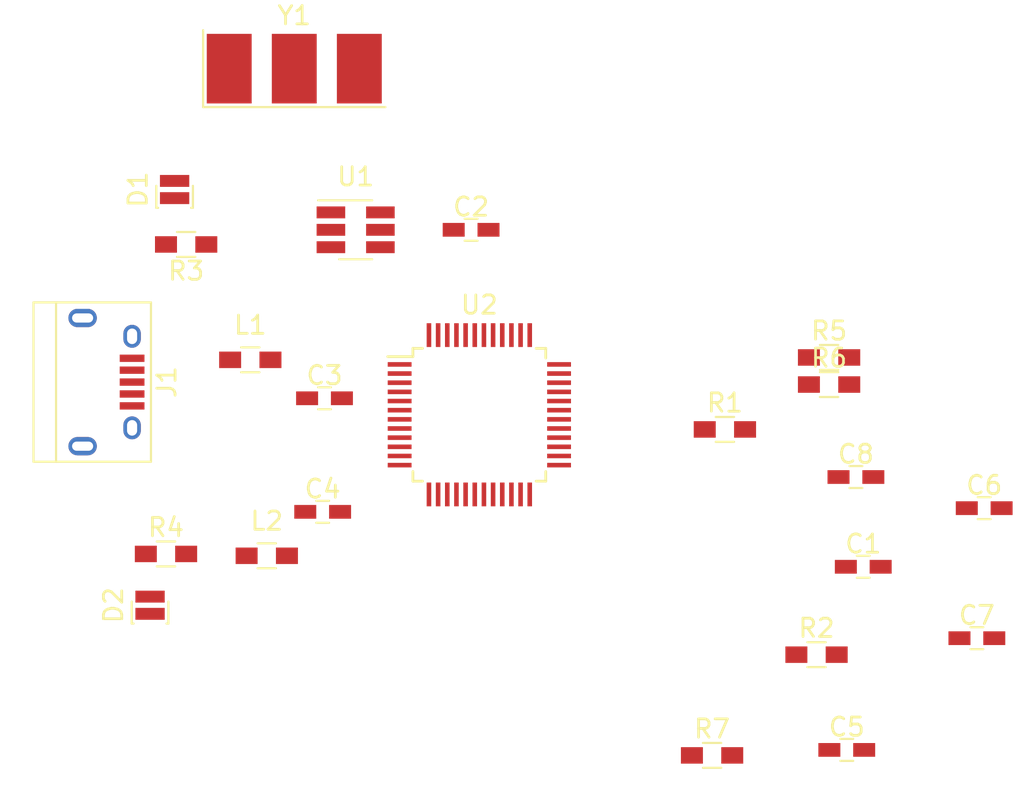
<source format=kicad_pcb>
(kicad_pcb (version 20171130) (host pcbnew "(5.0.0-3-g5ebb6b6)")

  (general
    (thickness 1.6)
    (drawings 0)
    (tracks 0)
    (zones 0)
    (modules 23)
    (nets 41)
  )

  (page A4)
  (layers
    (0 F.Cu signal)
    (31 B.Cu signal)
    (32 B.Adhes user)
    (33 F.Adhes user)
    (34 B.Paste user)
    (35 F.Paste user)
    (36 B.SilkS user)
    (37 F.SilkS user)
    (38 B.Mask user)
    (39 F.Mask user)
    (40 Dwgs.User user)
    (41 Cmts.User user)
    (42 Eco1.User user)
    (43 Eco2.User user)
    (44 Edge.Cuts user)
    (45 Margin user)
    (46 B.CrtYd user)
    (47 F.CrtYd user)
    (48 B.Fab user)
    (49 F.Fab user)
  )

  (setup
    (last_trace_width 0.25)
    (trace_clearance 0.2)
    (zone_clearance 0.508)
    (zone_45_only no)
    (trace_min 0.2)
    (segment_width 0.2)
    (edge_width 0.15)
    (via_size 0.8)
    (via_drill 0.4)
    (via_min_size 0.4)
    (via_min_drill 0.3)
    (uvia_size 0.3)
    (uvia_drill 0.1)
    (uvias_allowed no)
    (uvia_min_size 0.2)
    (uvia_min_drill 0.1)
    (pcb_text_width 0.3)
    (pcb_text_size 1.5 1.5)
    (mod_edge_width 0.15)
    (mod_text_size 1 1)
    (mod_text_width 0.15)
    (pad_size 1.524 1.524)
    (pad_drill 0.762)
    (pad_to_mask_clearance 0.2)
    (aux_axis_origin 0 0)
    (visible_elements FFFFF77F)
    (pcbplotparams
      (layerselection 0x010fc_ffffffff)
      (usegerberextensions false)
      (usegerberattributes false)
      (usegerberadvancedattributes false)
      (creategerberjobfile false)
      (excludeedgelayer true)
      (linewidth 0.100000)
      (plotframeref false)
      (viasonmask false)
      (mode 1)
      (useauxorigin false)
      (hpglpennumber 1)
      (hpglpenspeed 20)
      (hpglpendiameter 15.000000)
      (psnegative false)
      (psa4output false)
      (plotreference true)
      (plotvalue true)
      (plotinvisibletext false)
      (padsonsilk false)
      (subtractmaskfromsilk false)
      (outputformat 1)
      (mirror false)
      (drillshape 1)
      (scaleselection 1)
      (outputdirectory ""))
  )

  (net 0 "")
  (net 1 +5V)
  (net 2 GND)
  (net 3 "Net-(C2-Pad1)")
  (net 4 "Net-(C3-Pad1)")
  (net 5 "Net-(C4-Pad1)")
  (net 6 "Net-(C5-Pad1)")
  (net 7 +3V3)
  (net 8 +1V8)
  (net 9 "Net-(D1-Pad2)")
  (net 10 "Net-(D1-Pad1)")
  (net 11 "Net-(D2-Pad1)")
  (net 12 "Net-(D2-Pad2)")
  (net 13 "Net-(J1-Pad6)")
  (net 14 "Net-(J1-Pad4)")
  (net 15 "Net-(J1-Pad3)")
  (net 16 "Net-(J1-Pad2)")
  (net 17 "Net-(R1-Pad1)")
  (net 18 "Net-(R2-Pad1)")
  (net 19 "Net-(R5-Pad2)")
  (net 20 "Net-(R5-Pad1)")
  (net 21 "Net-(J3-Pad3)")
  (net 22 "Net-(U1-Pad5)")
  (net 23 "Net-(U1-Pad4)")
  (net 24 "Net-(J3-Pad4)")
  (net 25 "Net-(J3-Pad5)")
  (net 26 "Net-(J3-Pad6)")
  (net 27 "Net-(J3-Pad7)")
  (net 28 "Net-(J3-Pad8)")
  (net 29 "Net-(J3-Pad9)")
  (net 30 "Net-(J3-Pad10)")
  (net 31 "Net-(J2-Pad1)")
  (net 32 "Net-(J2-Pad2)")
  (net 33 "Net-(J2-Pad3)")
  (net 34 "Net-(J2-Pad4)")
  (net 35 "Net-(J2-Pad5)")
  (net 36 "Net-(J2-Pad6)")
  (net 37 "Net-(J2-Pad7)")
  (net 38 "Net-(J2-Pad8)")
  (net 39 "Net-(U2-Pad2)")
  (net 40 "Net-(U2-Pad1)")

  (net_class Default "This is the default net class."
    (clearance 0.2)
    (trace_width 0.25)
    (via_dia 0.8)
    (via_drill 0.4)
    (uvia_dia 0.3)
    (uvia_drill 0.1)
    (add_net +1V8)
    (add_net +3V3)
    (add_net +5V)
    (add_net GND)
    (add_net "Net-(C2-Pad1)")
    (add_net "Net-(C3-Pad1)")
    (add_net "Net-(C4-Pad1)")
    (add_net "Net-(C5-Pad1)")
    (add_net "Net-(D1-Pad1)")
    (add_net "Net-(D1-Pad2)")
    (add_net "Net-(D2-Pad1)")
    (add_net "Net-(D2-Pad2)")
    (add_net "Net-(J1-Pad2)")
    (add_net "Net-(J1-Pad3)")
    (add_net "Net-(J1-Pad4)")
    (add_net "Net-(J1-Pad6)")
    (add_net "Net-(J2-Pad1)")
    (add_net "Net-(J2-Pad2)")
    (add_net "Net-(J2-Pad3)")
    (add_net "Net-(J2-Pad4)")
    (add_net "Net-(J2-Pad5)")
    (add_net "Net-(J2-Pad6)")
    (add_net "Net-(J2-Pad7)")
    (add_net "Net-(J2-Pad8)")
    (add_net "Net-(J3-Pad10)")
    (add_net "Net-(J3-Pad3)")
    (add_net "Net-(J3-Pad4)")
    (add_net "Net-(J3-Pad5)")
    (add_net "Net-(J3-Pad6)")
    (add_net "Net-(J3-Pad7)")
    (add_net "Net-(J3-Pad8)")
    (add_net "Net-(J3-Pad9)")
    (add_net "Net-(R1-Pad1)")
    (add_net "Net-(R2-Pad1)")
    (add_net "Net-(R5-Pad1)")
    (add_net "Net-(R5-Pad2)")
    (add_net "Net-(U1-Pad4)")
    (add_net "Net-(U1-Pad5)")
    (add_net "Net-(U2-Pad1)")
    (add_net "Net-(U2-Pad2)")
  )

  (module Capacitors_SMD:C_0603_HandSoldering (layer F.Cu) (tedit 58AA848B) (tstamp 5BB45E7E)
    (at 160.85 105.1)
    (descr "Capacitor SMD 0603, hand soldering")
    (tags "capacitor 0603")
    (path /5BC8A11B)
    (attr smd)
    (fp_text reference C1 (at 0 -1.25) (layer F.SilkS)
      (effects (font (size 1 1) (thickness 0.15)))
    )
    (fp_text value 10uF (at 0 1.5) (layer F.Fab)
      (effects (font (size 1 1) (thickness 0.15)))
    )
    (fp_text user %R (at 0 -1.25) (layer F.Fab)
      (effects (font (size 1 1) (thickness 0.15)))
    )
    (fp_line (start -0.8 0.4) (end -0.8 -0.4) (layer F.Fab) (width 0.1))
    (fp_line (start 0.8 0.4) (end -0.8 0.4) (layer F.Fab) (width 0.1))
    (fp_line (start 0.8 -0.4) (end 0.8 0.4) (layer F.Fab) (width 0.1))
    (fp_line (start -0.8 -0.4) (end 0.8 -0.4) (layer F.Fab) (width 0.1))
    (fp_line (start -0.35 -0.6) (end 0.35 -0.6) (layer F.SilkS) (width 0.12))
    (fp_line (start 0.35 0.6) (end -0.35 0.6) (layer F.SilkS) (width 0.12))
    (fp_line (start -1.8 -0.65) (end 1.8 -0.65) (layer F.CrtYd) (width 0.05))
    (fp_line (start -1.8 -0.65) (end -1.8 0.65) (layer F.CrtYd) (width 0.05))
    (fp_line (start 1.8 0.65) (end 1.8 -0.65) (layer F.CrtYd) (width 0.05))
    (fp_line (start 1.8 0.65) (end -1.8 0.65) (layer F.CrtYd) (width 0.05))
    (pad 1 smd rect (at -0.95 0) (size 1.2 0.75) (layers F.Cu F.Paste F.Mask)
      (net 1 +5V))
    (pad 2 smd rect (at 0.95 0) (size 1.2 0.75) (layers F.Cu F.Paste F.Mask)
      (net 2 GND))
    (model Capacitors_SMD.3dshapes/C_0603.wrl
      (at (xyz 0 0 0))
      (scale (xyz 1 1 1))
      (rotate (xyz 0 0 0))
    )
  )

  (module Capacitors_SMD:C_0603_HandSoldering (layer F.Cu) (tedit 58AA848B) (tstamp 5BB45E8F)
    (at 139.45 86.7)
    (descr "Capacitor SMD 0603, hand soldering")
    (tags "capacitor 0603")
    (path /5BCC0981)
    (attr smd)
    (fp_text reference C2 (at 0 -1.25) (layer F.SilkS)
      (effects (font (size 1 1) (thickness 0.15)))
    )
    (fp_text value 0.1uF (at 0 1.5) (layer F.Fab)
      (effects (font (size 1 1) (thickness 0.15)))
    )
    (fp_text user %R (at 0 -1.25) (layer F.Fab)
      (effects (font (size 1 1) (thickness 0.15)))
    )
    (fp_line (start -0.8 0.4) (end -0.8 -0.4) (layer F.Fab) (width 0.1))
    (fp_line (start 0.8 0.4) (end -0.8 0.4) (layer F.Fab) (width 0.1))
    (fp_line (start 0.8 -0.4) (end 0.8 0.4) (layer F.Fab) (width 0.1))
    (fp_line (start -0.8 -0.4) (end 0.8 -0.4) (layer F.Fab) (width 0.1))
    (fp_line (start -0.35 -0.6) (end 0.35 -0.6) (layer F.SilkS) (width 0.12))
    (fp_line (start 0.35 0.6) (end -0.35 0.6) (layer F.SilkS) (width 0.12))
    (fp_line (start -1.8 -0.65) (end 1.8 -0.65) (layer F.CrtYd) (width 0.05))
    (fp_line (start -1.8 -0.65) (end -1.8 0.65) (layer F.CrtYd) (width 0.05))
    (fp_line (start 1.8 0.65) (end 1.8 -0.65) (layer F.CrtYd) (width 0.05))
    (fp_line (start 1.8 0.65) (end -1.8 0.65) (layer F.CrtYd) (width 0.05))
    (pad 1 smd rect (at -0.95 0) (size 1.2 0.75) (layers F.Cu F.Paste F.Mask)
      (net 3 "Net-(C2-Pad1)"))
    (pad 2 smd rect (at 0.95 0) (size 1.2 0.75) (layers F.Cu F.Paste F.Mask)
      (net 2 GND))
    (model Capacitors_SMD.3dshapes/C_0603.wrl
      (at (xyz 0 0 0))
      (scale (xyz 1 1 1))
      (rotate (xyz 0 0 0))
    )
  )

  (module Capacitors_SMD:C_0603_HandSoldering (layer F.Cu) (tedit 58AA848B) (tstamp 5BB45EA0)
    (at 131.45 95.9)
    (descr "Capacitor SMD 0603, hand soldering")
    (tags "capacitor 0603")
    (path /5BC7272A)
    (attr smd)
    (fp_text reference C3 (at 0 -1.25) (layer F.SilkS)
      (effects (font (size 1 1) (thickness 0.15)))
    )
    (fp_text value 10uF (at 0 1.5) (layer F.Fab)
      (effects (font (size 1 1) (thickness 0.15)))
    )
    (fp_text user %R (at 0 -1.25) (layer F.Fab)
      (effects (font (size 1 1) (thickness 0.15)))
    )
    (fp_line (start -0.8 0.4) (end -0.8 -0.4) (layer F.Fab) (width 0.1))
    (fp_line (start 0.8 0.4) (end -0.8 0.4) (layer F.Fab) (width 0.1))
    (fp_line (start 0.8 -0.4) (end 0.8 0.4) (layer F.Fab) (width 0.1))
    (fp_line (start -0.8 -0.4) (end 0.8 -0.4) (layer F.Fab) (width 0.1))
    (fp_line (start -0.35 -0.6) (end 0.35 -0.6) (layer F.SilkS) (width 0.12))
    (fp_line (start 0.35 0.6) (end -0.35 0.6) (layer F.SilkS) (width 0.12))
    (fp_line (start -1.8 -0.65) (end 1.8 -0.65) (layer F.CrtYd) (width 0.05))
    (fp_line (start -1.8 -0.65) (end -1.8 0.65) (layer F.CrtYd) (width 0.05))
    (fp_line (start 1.8 0.65) (end 1.8 -0.65) (layer F.CrtYd) (width 0.05))
    (fp_line (start 1.8 0.65) (end -1.8 0.65) (layer F.CrtYd) (width 0.05))
    (pad 1 smd rect (at -0.95 0) (size 1.2 0.75) (layers F.Cu F.Paste F.Mask)
      (net 4 "Net-(C3-Pad1)"))
    (pad 2 smd rect (at 0.95 0) (size 1.2 0.75) (layers F.Cu F.Paste F.Mask)
      (net 2 GND))
    (model Capacitors_SMD.3dshapes/C_0603.wrl
      (at (xyz 0 0 0))
      (scale (xyz 1 1 1))
      (rotate (xyz 0 0 0))
    )
  )

  (module Capacitors_SMD:C_0603_HandSoldering (layer F.Cu) (tedit 58AA848B) (tstamp 5BB45EB1)
    (at 131.35 102.1)
    (descr "Capacitor SMD 0603, hand soldering")
    (tags "capacitor 0603")
    (path /5BC7276E)
    (attr smd)
    (fp_text reference C4 (at 0 -1.25) (layer F.SilkS)
      (effects (font (size 1 1) (thickness 0.15)))
    )
    (fp_text value 10uF (at 0 1.5) (layer F.Fab)
      (effects (font (size 1 1) (thickness 0.15)))
    )
    (fp_line (start 1.8 0.65) (end -1.8 0.65) (layer F.CrtYd) (width 0.05))
    (fp_line (start 1.8 0.65) (end 1.8 -0.65) (layer F.CrtYd) (width 0.05))
    (fp_line (start -1.8 -0.65) (end -1.8 0.65) (layer F.CrtYd) (width 0.05))
    (fp_line (start -1.8 -0.65) (end 1.8 -0.65) (layer F.CrtYd) (width 0.05))
    (fp_line (start 0.35 0.6) (end -0.35 0.6) (layer F.SilkS) (width 0.12))
    (fp_line (start -0.35 -0.6) (end 0.35 -0.6) (layer F.SilkS) (width 0.12))
    (fp_line (start -0.8 -0.4) (end 0.8 -0.4) (layer F.Fab) (width 0.1))
    (fp_line (start 0.8 -0.4) (end 0.8 0.4) (layer F.Fab) (width 0.1))
    (fp_line (start 0.8 0.4) (end -0.8 0.4) (layer F.Fab) (width 0.1))
    (fp_line (start -0.8 0.4) (end -0.8 -0.4) (layer F.Fab) (width 0.1))
    (fp_text user %R (at 0 -1.25) (layer F.Fab)
      (effects (font (size 1 1) (thickness 0.15)))
    )
    (pad 2 smd rect (at 0.95 0) (size 1.2 0.75) (layers F.Cu F.Paste F.Mask)
      (net 2 GND))
    (pad 1 smd rect (at -0.95 0) (size 1.2 0.75) (layers F.Cu F.Paste F.Mask)
      (net 5 "Net-(C4-Pad1)"))
    (model Capacitors_SMD.3dshapes/C_0603.wrl
      (at (xyz 0 0 0))
      (scale (xyz 1 1 1))
      (rotate (xyz 0 0 0))
    )
  )

  (module Capacitors_SMD:C_0603_HandSoldering (layer F.Cu) (tedit 58AA848B) (tstamp 5BB45EC2)
    (at 159.95 115.1)
    (descr "Capacitor SMD 0603, hand soldering")
    (tags "capacitor 0603")
    (path /5BC68289)
    (attr smd)
    (fp_text reference C5 (at 0 -1.25) (layer F.SilkS)
      (effects (font (size 1 1) (thickness 0.15)))
    )
    (fp_text value 10uF (at 0 1.5) (layer F.Fab)
      (effects (font (size 1 1) (thickness 0.15)))
    )
    (fp_line (start 1.8 0.65) (end -1.8 0.65) (layer F.CrtYd) (width 0.05))
    (fp_line (start 1.8 0.65) (end 1.8 -0.65) (layer F.CrtYd) (width 0.05))
    (fp_line (start -1.8 -0.65) (end -1.8 0.65) (layer F.CrtYd) (width 0.05))
    (fp_line (start -1.8 -0.65) (end 1.8 -0.65) (layer F.CrtYd) (width 0.05))
    (fp_line (start 0.35 0.6) (end -0.35 0.6) (layer F.SilkS) (width 0.12))
    (fp_line (start -0.35 -0.6) (end 0.35 -0.6) (layer F.SilkS) (width 0.12))
    (fp_line (start -0.8 -0.4) (end 0.8 -0.4) (layer F.Fab) (width 0.1))
    (fp_line (start 0.8 -0.4) (end 0.8 0.4) (layer F.Fab) (width 0.1))
    (fp_line (start 0.8 0.4) (end -0.8 0.4) (layer F.Fab) (width 0.1))
    (fp_line (start -0.8 0.4) (end -0.8 -0.4) (layer F.Fab) (width 0.1))
    (fp_text user %R (at 0 -1.25) (layer F.Fab)
      (effects (font (size 1 1) (thickness 0.15)))
    )
    (pad 2 smd rect (at 0.95 0) (size 1.2 0.75) (layers F.Cu F.Paste F.Mask)
      (net 2 GND))
    (pad 1 smd rect (at -0.95 0) (size 1.2 0.75) (layers F.Cu F.Paste F.Mask)
      (net 6 "Net-(C5-Pad1)"))
    (model Capacitors_SMD.3dshapes/C_0603.wrl
      (at (xyz 0 0 0))
      (scale (xyz 1 1 1))
      (rotate (xyz 0 0 0))
    )
  )

  (module Capacitors_SMD:C_0603_HandSoldering (layer F.Cu) (tedit 58AA848B) (tstamp 5BB45ED3)
    (at 167.45 101.9)
    (descr "Capacitor SMD 0603, hand soldering")
    (tags "capacitor 0603")
    (path /5BC682CC)
    (attr smd)
    (fp_text reference C6 (at 0 -1.25) (layer F.SilkS)
      (effects (font (size 1 1) (thickness 0.15)))
    )
    (fp_text value 0.1uF (at 0 1.5) (layer F.Fab)
      (effects (font (size 1 1) (thickness 0.15)))
    )
    (fp_text user %R (at 0 -1.25) (layer F.Fab)
      (effects (font (size 1 1) (thickness 0.15)))
    )
    (fp_line (start -0.8 0.4) (end -0.8 -0.4) (layer F.Fab) (width 0.1))
    (fp_line (start 0.8 0.4) (end -0.8 0.4) (layer F.Fab) (width 0.1))
    (fp_line (start 0.8 -0.4) (end 0.8 0.4) (layer F.Fab) (width 0.1))
    (fp_line (start -0.8 -0.4) (end 0.8 -0.4) (layer F.Fab) (width 0.1))
    (fp_line (start -0.35 -0.6) (end 0.35 -0.6) (layer F.SilkS) (width 0.12))
    (fp_line (start 0.35 0.6) (end -0.35 0.6) (layer F.SilkS) (width 0.12))
    (fp_line (start -1.8 -0.65) (end 1.8 -0.65) (layer F.CrtYd) (width 0.05))
    (fp_line (start -1.8 -0.65) (end -1.8 0.65) (layer F.CrtYd) (width 0.05))
    (fp_line (start 1.8 0.65) (end 1.8 -0.65) (layer F.CrtYd) (width 0.05))
    (fp_line (start 1.8 0.65) (end -1.8 0.65) (layer F.CrtYd) (width 0.05))
    (pad 1 smd rect (at -0.95 0) (size 1.2 0.75) (layers F.Cu F.Paste F.Mask)
      (net 7 +3V3))
    (pad 2 smd rect (at 0.95 0) (size 1.2 0.75) (layers F.Cu F.Paste F.Mask)
      (net 2 GND))
    (model Capacitors_SMD.3dshapes/C_0603.wrl
      (at (xyz 0 0 0))
      (scale (xyz 1 1 1))
      (rotate (xyz 0 0 0))
    )
  )

  (module Capacitors_SMD:C_0603_HandSoldering (layer F.Cu) (tedit 58AA848B) (tstamp 5BB45EE4)
    (at 167.05 109)
    (descr "Capacitor SMD 0603, hand soldering")
    (tags "capacitor 0603")
    (path /5BC682F2)
    (attr smd)
    (fp_text reference C7 (at 0 -1.25) (layer F.SilkS)
      (effects (font (size 1 1) (thickness 0.15)))
    )
    (fp_text value 0.1uF (at 0 1.5) (layer F.Fab)
      (effects (font (size 1 1) (thickness 0.15)))
    )
    (fp_line (start 1.8 0.65) (end -1.8 0.65) (layer F.CrtYd) (width 0.05))
    (fp_line (start 1.8 0.65) (end 1.8 -0.65) (layer F.CrtYd) (width 0.05))
    (fp_line (start -1.8 -0.65) (end -1.8 0.65) (layer F.CrtYd) (width 0.05))
    (fp_line (start -1.8 -0.65) (end 1.8 -0.65) (layer F.CrtYd) (width 0.05))
    (fp_line (start 0.35 0.6) (end -0.35 0.6) (layer F.SilkS) (width 0.12))
    (fp_line (start -0.35 -0.6) (end 0.35 -0.6) (layer F.SilkS) (width 0.12))
    (fp_line (start -0.8 -0.4) (end 0.8 -0.4) (layer F.Fab) (width 0.1))
    (fp_line (start 0.8 -0.4) (end 0.8 0.4) (layer F.Fab) (width 0.1))
    (fp_line (start 0.8 0.4) (end -0.8 0.4) (layer F.Fab) (width 0.1))
    (fp_line (start -0.8 0.4) (end -0.8 -0.4) (layer F.Fab) (width 0.1))
    (fp_text user %R (at 0 -1.25) (layer F.Fab)
      (effects (font (size 1 1) (thickness 0.15)))
    )
    (pad 2 smd rect (at 0.95 0) (size 1.2 0.75) (layers F.Cu F.Paste F.Mask)
      (net 2 GND))
    (pad 1 smd rect (at -0.95 0) (size 1.2 0.75) (layers F.Cu F.Paste F.Mask)
      (net 6 "Net-(C5-Pad1)"))
    (model Capacitors_SMD.3dshapes/C_0603.wrl
      (at (xyz 0 0 0))
      (scale (xyz 1 1 1))
      (rotate (xyz 0 0 0))
    )
  )

  (module Capacitors_SMD:C_0603_HandSoldering (layer F.Cu) (tedit 58AA848B) (tstamp 5BB45EF5)
    (at 160.45 100.2)
    (descr "Capacitor SMD 0603, hand soldering")
    (tags "capacitor 0603")
    (path /5BCB2F58)
    (attr smd)
    (fp_text reference C8 (at 0 -1.25) (layer F.SilkS)
      (effects (font (size 1 1) (thickness 0.15)))
    )
    (fp_text value 0.1uF (at 0 1.5) (layer F.Fab)
      (effects (font (size 1 1) (thickness 0.15)))
    )
    (fp_line (start 1.8 0.65) (end -1.8 0.65) (layer F.CrtYd) (width 0.05))
    (fp_line (start 1.8 0.65) (end 1.8 -0.65) (layer F.CrtYd) (width 0.05))
    (fp_line (start -1.8 -0.65) (end -1.8 0.65) (layer F.CrtYd) (width 0.05))
    (fp_line (start -1.8 -0.65) (end 1.8 -0.65) (layer F.CrtYd) (width 0.05))
    (fp_line (start 0.35 0.6) (end -0.35 0.6) (layer F.SilkS) (width 0.12))
    (fp_line (start -0.35 -0.6) (end 0.35 -0.6) (layer F.SilkS) (width 0.12))
    (fp_line (start -0.8 -0.4) (end 0.8 -0.4) (layer F.Fab) (width 0.1))
    (fp_line (start 0.8 -0.4) (end 0.8 0.4) (layer F.Fab) (width 0.1))
    (fp_line (start 0.8 0.4) (end -0.8 0.4) (layer F.Fab) (width 0.1))
    (fp_line (start -0.8 0.4) (end -0.8 -0.4) (layer F.Fab) (width 0.1))
    (fp_text user %R (at 0 -1.25) (layer F.Fab)
      (effects (font (size 1 1) (thickness 0.15)))
    )
    (pad 2 smd rect (at 0.95 0) (size 1.2 0.75) (layers F.Cu F.Paste F.Mask)
      (net 2 GND))
    (pad 1 smd rect (at -0.95 0) (size 1.2 0.75) (layers F.Cu F.Paste F.Mask)
      (net 8 +1V8))
    (model Capacitors_SMD.3dshapes/C_0603.wrl
      (at (xyz 0 0 0))
      (scale (xyz 1 1 1))
      (rotate (xyz 0 0 0))
    )
  )

  (module LEDs:LED_0606 (layer F.Cu) (tedit 5809F86C) (tstamp 5BB46C3D)
    (at 123.27 84.5 90)
    (descr "LED 0606 smd package")
    (tags "led 0606 1616 smd")
    (path /5BC9383F)
    (attr smd)
    (fp_text reference D1 (at 0 -2 90) (layer F.SilkS)
      (effects (font (size 1 1) (thickness 0.15)))
    )
    (fp_text value Green (at 0 2 90) (layer F.Fab)
      (effects (font (size 1 1) (thickness 0.15)))
    )
    (fp_line (start -1 1) (end -1 0.9) (layer F.SilkS) (width 0.12))
    (fp_line (start -1 -1) (end -1 -0.9) (layer F.SilkS) (width 0.12))
    (fp_line (start 0.2 0) (end 0.4 0) (layer F.Fab) (width 0.1))
    (fp_line (start 0.2 0.4) (end -0.2 0) (layer F.Fab) (width 0.1))
    (fp_line (start 0.2 -0.4) (end 0.2 0.4) (layer F.Fab) (width 0.1))
    (fp_line (start -0.2 0) (end 0.2 -0.4) (layer F.Fab) (width 0.1))
    (fp_line (start -0.2 0) (end -0.2 0.4) (layer F.Fab) (width 0.1))
    (fp_line (start -0.2 -0.4) (end -0.2 0) (layer F.Fab) (width 0.1))
    (fp_line (start -0.4 0) (end -0.2 0) (layer F.Fab) (width 0.1))
    (fp_line (start -0.8 0.8) (end -0.8 -0.8) (layer F.Fab) (width 0.1))
    (fp_line (start 0.8 0.8) (end -0.8 0.8) (layer F.Fab) (width 0.1))
    (fp_line (start 0.8 -0.8) (end 0.8 0.8) (layer F.Fab) (width 0.1))
    (fp_line (start -0.8 -0.8) (end 0.8 -0.8) (layer F.Fab) (width 0.1))
    (fp_line (start 1.2 1.2) (end 1.2 -1.2) (layer F.CrtYd) (width 0.05))
    (fp_line (start -1.2 1.2) (end 1.2 1.2) (layer F.CrtYd) (width 0.05))
    (fp_line (start -1.2 -1.2) (end -1.2 1.2) (layer F.CrtYd) (width 0.05))
    (fp_line (start 1.2 -1.2) (end -1.2 -1.2) (layer F.CrtYd) (width 0.05))
    (fp_line (start -1 -1) (end 0.2 -1) (layer F.SilkS) (width 0.12))
    (fp_line (start -1 1) (end 0.2 1) (layer F.SilkS) (width 0.12))
    (pad 2 smd rect (at 0.47 0 270) (size 0.65 1.6) (layers F.Cu F.Paste F.Mask)
      (net 9 "Net-(D1-Pad2)"))
    (pad 1 smd rect (at -0.47 0 270) (size 0.65 1.6) (layers F.Cu F.Paste F.Mask)
      (net 10 "Net-(D1-Pad1)"))
    (model ${KISYS3DMOD}/LEDs.3dshapes/LED_0606.wrl
      (at (xyz 0 0 0))
      (scale (xyz 1 1 1))
      (rotate (xyz 0 0 0))
    )
  )

  (module LEDs:LED_0606 (layer F.Cu) (tedit 5809F86C) (tstamp 5BB45F27)
    (at 121.93 107.2 90)
    (descr "LED 0606 smd package")
    (tags "led 0606 1616 smd")
    (path /5BC938CC)
    (attr smd)
    (fp_text reference D2 (at 0 -2 90) (layer F.SilkS)
      (effects (font (size 1 1) (thickness 0.15)))
    )
    (fp_text value Red (at 0 2 90) (layer F.Fab)
      (effects (font (size 1 1) (thickness 0.15)))
    )
    (fp_line (start -1 1) (end 0.2 1) (layer F.SilkS) (width 0.12))
    (fp_line (start -1 -1) (end 0.2 -1) (layer F.SilkS) (width 0.12))
    (fp_line (start 1.2 -1.2) (end -1.2 -1.2) (layer F.CrtYd) (width 0.05))
    (fp_line (start -1.2 -1.2) (end -1.2 1.2) (layer F.CrtYd) (width 0.05))
    (fp_line (start -1.2 1.2) (end 1.2 1.2) (layer F.CrtYd) (width 0.05))
    (fp_line (start 1.2 1.2) (end 1.2 -1.2) (layer F.CrtYd) (width 0.05))
    (fp_line (start -0.8 -0.8) (end 0.8 -0.8) (layer F.Fab) (width 0.1))
    (fp_line (start 0.8 -0.8) (end 0.8 0.8) (layer F.Fab) (width 0.1))
    (fp_line (start 0.8 0.8) (end -0.8 0.8) (layer F.Fab) (width 0.1))
    (fp_line (start -0.8 0.8) (end -0.8 -0.8) (layer F.Fab) (width 0.1))
    (fp_line (start -0.4 0) (end -0.2 0) (layer F.Fab) (width 0.1))
    (fp_line (start -0.2 -0.4) (end -0.2 0) (layer F.Fab) (width 0.1))
    (fp_line (start -0.2 0) (end -0.2 0.4) (layer F.Fab) (width 0.1))
    (fp_line (start -0.2 0) (end 0.2 -0.4) (layer F.Fab) (width 0.1))
    (fp_line (start 0.2 -0.4) (end 0.2 0.4) (layer F.Fab) (width 0.1))
    (fp_line (start 0.2 0.4) (end -0.2 0) (layer F.Fab) (width 0.1))
    (fp_line (start 0.2 0) (end 0.4 0) (layer F.Fab) (width 0.1))
    (fp_line (start -1 -1) (end -1 -0.9) (layer F.SilkS) (width 0.12))
    (fp_line (start -1 1) (end -1 0.9) (layer F.SilkS) (width 0.12))
    (pad 1 smd rect (at -0.47 0 270) (size 0.65 1.6) (layers F.Cu F.Paste F.Mask)
      (net 11 "Net-(D2-Pad1)"))
    (pad 2 smd rect (at 0.47 0 270) (size 0.65 1.6) (layers F.Cu F.Paste F.Mask)
      (net 12 "Net-(D2-Pad2)"))
    (model ${KISYS3DMOD}/LEDs.3dshapes/LED_0606.wrl
      (at (xyz 0 0 0))
      (scale (xyz 1 1 1))
      (rotate (xyz 0 0 0))
    )
  )

  (module Connectors:USB_Micro-B (layer F.Cu) (tedit 5543E447) (tstamp 5BB45F3D)
    (at 119.6 95.015001 270)
    (descr "Micro USB Type B Receptacle")
    (tags "USB USB_B USB_micro USB_OTG")
    (path /5BC5E384)
    (attr smd)
    (fp_text reference J1 (at 0 -3.24 270) (layer F.SilkS)
      (effects (font (size 1 1) (thickness 0.15)))
    )
    (fp_text value USB_B_Micro (at 0 5.01 270) (layer F.Fab)
      (effects (font (size 1 1) (thickness 0.15)))
    )
    (fp_line (start -4.35 4.03) (end -4.35 -2.38) (layer F.SilkS) (width 0.12))
    (fp_line (start 4.35 2.8) (end -4.35 2.8) (layer F.SilkS) (width 0.12))
    (fp_line (start 4.35 -2.38) (end 4.35 4.03) (layer F.SilkS) (width 0.12))
    (fp_line (start -4.35 -2.38) (end 4.35 -2.38) (layer F.SilkS) (width 0.12))
    (fp_line (start -4.35 4.03) (end 4.35 4.03) (layer F.SilkS) (width 0.12))
    (fp_line (start -4.6 4.26) (end -4.6 -2.59) (layer F.CrtYd) (width 0.05))
    (fp_line (start 4.6 4.26) (end -4.6 4.26) (layer F.CrtYd) (width 0.05))
    (fp_line (start 4.6 -2.59) (end 4.6 4.26) (layer F.CrtYd) (width 0.05))
    (fp_line (start -4.6 -2.59) (end 4.6 -2.59) (layer F.CrtYd) (width 0.05))
    (pad 6 thru_hole oval (at 3.5 1.35) (size 1.55 1) (drill oval 1.15 0.5) (layers *.Cu *.Mask)
      (net 13 "Net-(J1-Pad6)"))
    (pad 6 thru_hole oval (at -3.5 1.35) (size 1.55 1) (drill oval 1.15 0.5) (layers *.Cu *.Mask)
      (net 13 "Net-(J1-Pad6)"))
    (pad 6 thru_hole oval (at 2.5 -1.35) (size 0.95 1.25) (drill oval 0.55 0.85) (layers *.Cu *.Mask)
      (net 13 "Net-(J1-Pad6)"))
    (pad 6 thru_hole oval (at -2.5 -1.35) (size 0.95 1.25) (drill oval 0.55 0.85) (layers *.Cu *.Mask)
      (net 13 "Net-(J1-Pad6)"))
    (pad 5 smd rect (at 1.3 -1.35) (size 1.35 0.4) (layers F.Cu F.Paste F.Mask)
      (net 2 GND))
    (pad 4 smd rect (at 0.65 -1.35) (size 1.35 0.4) (layers F.Cu F.Paste F.Mask)
      (net 14 "Net-(J1-Pad4)"))
    (pad 3 smd rect (at 0 -1.35) (size 1.35 0.4) (layers F.Cu F.Paste F.Mask)
      (net 15 "Net-(J1-Pad3)"))
    (pad 2 smd rect (at -0.65 -1.35) (size 1.35 0.4) (layers F.Cu F.Paste F.Mask)
      (net 16 "Net-(J1-Pad2)"))
    (pad 1 smd rect (at -1.3 -1.35) (size 1.35 0.4) (layers F.Cu F.Paste F.Mask)
      (net 1 +5V))
  )

  (module Inductors_SMD:L_0603_HandSoldering (layer F.Cu) (tedit 58307AEF) (tstamp 5BB45F4E)
    (at 127.4 93.8)
    (descr "Resistor SMD 0603, hand soldering")
    (tags "resistor 0603")
    (path /5BC7D249)
    (attr smd)
    (fp_text reference L1 (at 0 -1.9) (layer F.SilkS)
      (effects (font (size 1 1) (thickness 0.15)))
    )
    (fp_text value 600 (at 0 1.9) (layer F.Fab)
      (effects (font (size 1 1) (thickness 0.15)))
    )
    (fp_text user %R (at 0 0) (layer F.Fab)
      (effects (font (size 0.4 0.4) (thickness 0.075)))
    )
    (fp_line (start -0.8 0.4) (end -0.8 -0.4) (layer F.Fab) (width 0.1))
    (fp_line (start 0.8 0.4) (end -0.8 0.4) (layer F.Fab) (width 0.1))
    (fp_line (start 0.8 -0.4) (end 0.8 0.4) (layer F.Fab) (width 0.1))
    (fp_line (start -0.8 -0.4) (end 0.8 -0.4) (layer F.Fab) (width 0.1))
    (fp_line (start -2 -0.8) (end 2 -0.8) (layer F.CrtYd) (width 0.05))
    (fp_line (start -2 0.8) (end 2 0.8) (layer F.CrtYd) (width 0.05))
    (fp_line (start -2 -0.8) (end -2 0.8) (layer F.CrtYd) (width 0.05))
    (fp_line (start 2 -0.8) (end 2 0.8) (layer F.CrtYd) (width 0.05))
    (fp_line (start 0.5 0.68) (end -0.5 0.68) (layer F.SilkS) (width 0.12))
    (fp_line (start -0.5 -0.68) (end 0.5 -0.68) (layer F.SilkS) (width 0.12))
    (pad 1 smd rect (at -1.1 0) (size 1.2 0.9) (layers F.Cu F.Paste F.Mask)
      (net 4 "Net-(C3-Pad1)"))
    (pad 2 smd rect (at 1.1 0) (size 1.2 0.9) (layers F.Cu F.Paste F.Mask)
      (net 7 +3V3))
    (model ${KISYS3DMOD}/Inductors_SMD.3dshapes/L_0603.wrl
      (at (xyz 0 0 0))
      (scale (xyz 1 1 1))
      (rotate (xyz 0 0 0))
    )
  )

  (module Inductors_SMD:L_0603_HandSoldering (layer F.Cu) (tedit 58307AEF) (tstamp 5BB472EF)
    (at 128.3 104.5)
    (descr "Resistor SMD 0603, hand soldering")
    (tags "resistor 0603")
    (path /5BC7D1F2)
    (attr smd)
    (fp_text reference L2 (at 0 -1.9) (layer F.SilkS)
      (effects (font (size 1 1) (thickness 0.15)))
    )
    (fp_text value 600 (at 0 1.9) (layer F.Fab)
      (effects (font (size 1 1) (thickness 0.15)))
    )
    (fp_line (start -0.5 -0.68) (end 0.5 -0.68) (layer F.SilkS) (width 0.12))
    (fp_line (start 0.5 0.68) (end -0.5 0.68) (layer F.SilkS) (width 0.12))
    (fp_line (start 2 -0.8) (end 2 0.8) (layer F.CrtYd) (width 0.05))
    (fp_line (start -2 -0.8) (end -2 0.8) (layer F.CrtYd) (width 0.05))
    (fp_line (start -2 0.8) (end 2 0.8) (layer F.CrtYd) (width 0.05))
    (fp_line (start -2 -0.8) (end 2 -0.8) (layer F.CrtYd) (width 0.05))
    (fp_line (start -0.8 -0.4) (end 0.8 -0.4) (layer F.Fab) (width 0.1))
    (fp_line (start 0.8 -0.4) (end 0.8 0.4) (layer F.Fab) (width 0.1))
    (fp_line (start 0.8 0.4) (end -0.8 0.4) (layer F.Fab) (width 0.1))
    (fp_line (start -0.8 0.4) (end -0.8 -0.4) (layer F.Fab) (width 0.1))
    (fp_text user %R (at 0 0) (layer F.Fab)
      (effects (font (size 0.4 0.4) (thickness 0.075)))
    )
    (pad 2 smd rect (at 1.1 0) (size 1.2 0.9) (layers F.Cu F.Paste F.Mask)
      (net 5 "Net-(C4-Pad1)"))
    (pad 1 smd rect (at -1.1 0) (size 1.2 0.9) (layers F.Cu F.Paste F.Mask)
      (net 7 +3V3))
    (model ${KISYS3DMOD}/Inductors_SMD.3dshapes/L_0603.wrl
      (at (xyz 0 0 0))
      (scale (xyz 1 1 1))
      (rotate (xyz 0 0 0))
    )
  )

  (module Resistors_SMD:R_0603_HandSoldering (layer F.Cu) (tedit 58E0A804) (tstamp 5BB45F70)
    (at 153.3 97.6)
    (descr "Resistor SMD 0603, hand soldering")
    (tags "resistor 0603")
    (path /5BCC25BD)
    (attr smd)
    (fp_text reference R1 (at 0 -1.45) (layer F.SilkS)
      (effects (font (size 1 1) (thickness 0.15)))
    )
    (fp_text value 17K (at 0 1.55) (layer F.Fab)
      (effects (font (size 1 1) (thickness 0.15)))
    )
    (fp_line (start 1.95 0.7) (end -1.96 0.7) (layer F.CrtYd) (width 0.05))
    (fp_line (start 1.95 0.7) (end 1.95 -0.7) (layer F.CrtYd) (width 0.05))
    (fp_line (start -1.96 -0.7) (end -1.96 0.7) (layer F.CrtYd) (width 0.05))
    (fp_line (start -1.96 -0.7) (end 1.95 -0.7) (layer F.CrtYd) (width 0.05))
    (fp_line (start -0.5 -0.68) (end 0.5 -0.68) (layer F.SilkS) (width 0.12))
    (fp_line (start 0.5 0.68) (end -0.5 0.68) (layer F.SilkS) (width 0.12))
    (fp_line (start -0.8 -0.4) (end 0.8 -0.4) (layer F.Fab) (width 0.1))
    (fp_line (start 0.8 -0.4) (end 0.8 0.4) (layer F.Fab) (width 0.1))
    (fp_line (start 0.8 0.4) (end -0.8 0.4) (layer F.Fab) (width 0.1))
    (fp_line (start -0.8 0.4) (end -0.8 -0.4) (layer F.Fab) (width 0.1))
    (fp_text user %R (at 0 0) (layer F.Fab)
      (effects (font (size 0.4 0.4) (thickness 0.075)))
    )
    (pad 2 smd rect (at 1.1 0) (size 1.2 0.9) (layers F.Cu F.Paste F.Mask)
      (net 7 +3V3))
    (pad 1 smd rect (at -1.1 0) (size 1.2 0.9) (layers F.Cu F.Paste F.Mask)
      (net 17 "Net-(R1-Pad1)"))
    (model ${KISYS3DMOD}/Resistors_SMD.3dshapes/R_0603.wrl
      (at (xyz 0 0 0))
      (scale (xyz 1 1 1))
      (rotate (xyz 0 0 0))
    )
  )

  (module Resistors_SMD:R_0603_HandSoldering (layer F.Cu) (tedit 58E0A804) (tstamp 5BB45F81)
    (at 158.3 109.9)
    (descr "Resistor SMD 0603, hand soldering")
    (tags "resistor 0603")
    (path /5BC5D91B)
    (attr smd)
    (fp_text reference R2 (at 0 -1.45) (layer F.SilkS)
      (effects (font (size 1 1) (thickness 0.15)))
    )
    (fp_text value "12K 1%" (at 0 1.55) (layer F.Fab)
      (effects (font (size 1 1) (thickness 0.15)))
    )
    (fp_text user %R (at 0 0) (layer F.Fab)
      (effects (font (size 0.4 0.4) (thickness 0.075)))
    )
    (fp_line (start -0.8 0.4) (end -0.8 -0.4) (layer F.Fab) (width 0.1))
    (fp_line (start 0.8 0.4) (end -0.8 0.4) (layer F.Fab) (width 0.1))
    (fp_line (start 0.8 -0.4) (end 0.8 0.4) (layer F.Fab) (width 0.1))
    (fp_line (start -0.8 -0.4) (end 0.8 -0.4) (layer F.Fab) (width 0.1))
    (fp_line (start 0.5 0.68) (end -0.5 0.68) (layer F.SilkS) (width 0.12))
    (fp_line (start -0.5 -0.68) (end 0.5 -0.68) (layer F.SilkS) (width 0.12))
    (fp_line (start -1.96 -0.7) (end 1.95 -0.7) (layer F.CrtYd) (width 0.05))
    (fp_line (start -1.96 -0.7) (end -1.96 0.7) (layer F.CrtYd) (width 0.05))
    (fp_line (start 1.95 0.7) (end 1.95 -0.7) (layer F.CrtYd) (width 0.05))
    (fp_line (start 1.95 0.7) (end -1.96 0.7) (layer F.CrtYd) (width 0.05))
    (pad 1 smd rect (at -1.1 0) (size 1.2 0.9) (layers F.Cu F.Paste F.Mask)
      (net 18 "Net-(R2-Pad1)"))
    (pad 2 smd rect (at 1.1 0) (size 1.2 0.9) (layers F.Cu F.Paste F.Mask)
      (net 2 GND))
    (model ${KISYS3DMOD}/Resistors_SMD.3dshapes/R_0603.wrl
      (at (xyz 0 0 0))
      (scale (xyz 1 1 1))
      (rotate (xyz 0 0 0))
    )
  )

  (module Resistors_SMD:R_0603_HandSoldering (layer F.Cu) (tedit 58E0A804) (tstamp 5BB46897)
    (at 123.9 87.5 180)
    (descr "Resistor SMD 0603, hand soldering")
    (tags "resistor 0603")
    (path /5BC93906)
    (attr smd)
    (fp_text reference R3 (at 0 -1.45 180) (layer F.SilkS)
      (effects (font (size 1 1) (thickness 0.15)))
    )
    (fp_text value 1K (at 0 1.55 180) (layer F.Fab)
      (effects (font (size 1 1) (thickness 0.15)))
    )
    (fp_line (start 1.95 0.7) (end -1.96 0.7) (layer F.CrtYd) (width 0.05))
    (fp_line (start 1.95 0.7) (end 1.95 -0.7) (layer F.CrtYd) (width 0.05))
    (fp_line (start -1.96 -0.7) (end -1.96 0.7) (layer F.CrtYd) (width 0.05))
    (fp_line (start -1.96 -0.7) (end 1.95 -0.7) (layer F.CrtYd) (width 0.05))
    (fp_line (start -0.5 -0.68) (end 0.5 -0.68) (layer F.SilkS) (width 0.12))
    (fp_line (start 0.5 0.68) (end -0.5 0.68) (layer F.SilkS) (width 0.12))
    (fp_line (start -0.8 -0.4) (end 0.8 -0.4) (layer F.Fab) (width 0.1))
    (fp_line (start 0.8 -0.4) (end 0.8 0.4) (layer F.Fab) (width 0.1))
    (fp_line (start 0.8 0.4) (end -0.8 0.4) (layer F.Fab) (width 0.1))
    (fp_line (start -0.8 0.4) (end -0.8 -0.4) (layer F.Fab) (width 0.1))
    (fp_text user %R (at 0 0 180) (layer F.Fab)
      (effects (font (size 0.4 0.4) (thickness 0.075)))
    )
    (pad 2 smd rect (at 1.1 0 180) (size 1.2 0.9) (layers F.Cu F.Paste F.Mask)
      (net 9 "Net-(D1-Pad2)"))
    (pad 1 smd rect (at -1.1 0 180) (size 1.2 0.9) (layers F.Cu F.Paste F.Mask)
      (net 7 +3V3))
    (model ${KISYS3DMOD}/Resistors_SMD.3dshapes/R_0603.wrl
      (at (xyz 0 0 0))
      (scale (xyz 1 1 1))
      (rotate (xyz 0 0 0))
    )
  )

  (module Resistors_SMD:R_0603_HandSoldering (layer F.Cu) (tedit 58E0A804) (tstamp 5BB46D52)
    (at 122.8 104.4)
    (descr "Resistor SMD 0603, hand soldering")
    (tags "resistor 0603")
    (path /5BC9397F)
    (attr smd)
    (fp_text reference R4 (at 0 -1.45) (layer F.SilkS)
      (effects (font (size 1 1) (thickness 0.15)))
    )
    (fp_text value 1K (at 0 1.55) (layer F.Fab)
      (effects (font (size 1 1) (thickness 0.15)))
    )
    (fp_text user %R (at 0 0) (layer F.Fab)
      (effects (font (size 0.4 0.4) (thickness 0.075)))
    )
    (fp_line (start -0.8 0.4) (end -0.8 -0.4) (layer F.Fab) (width 0.1))
    (fp_line (start 0.8 0.4) (end -0.8 0.4) (layer F.Fab) (width 0.1))
    (fp_line (start 0.8 -0.4) (end 0.8 0.4) (layer F.Fab) (width 0.1))
    (fp_line (start -0.8 -0.4) (end 0.8 -0.4) (layer F.Fab) (width 0.1))
    (fp_line (start 0.5 0.68) (end -0.5 0.68) (layer F.SilkS) (width 0.12))
    (fp_line (start -0.5 -0.68) (end 0.5 -0.68) (layer F.SilkS) (width 0.12))
    (fp_line (start -1.96 -0.7) (end 1.95 -0.7) (layer F.CrtYd) (width 0.05))
    (fp_line (start -1.96 -0.7) (end -1.96 0.7) (layer F.CrtYd) (width 0.05))
    (fp_line (start 1.95 0.7) (end 1.95 -0.7) (layer F.CrtYd) (width 0.05))
    (fp_line (start 1.95 0.7) (end -1.96 0.7) (layer F.CrtYd) (width 0.05))
    (pad 1 smd rect (at -1.1 0) (size 1.2 0.9) (layers F.Cu F.Paste F.Mask)
      (net 7 +3V3))
    (pad 2 smd rect (at 1.1 0) (size 1.2 0.9) (layers F.Cu F.Paste F.Mask)
      (net 12 "Net-(D2-Pad2)"))
    (model ${KISYS3DMOD}/Resistors_SMD.3dshapes/R_0603.wrl
      (at (xyz 0 0 0))
      (scale (xyz 1 1 1))
      (rotate (xyz 0 0 0))
    )
  )

  (module Resistors_SMD:R_0603_HandSoldering (layer F.Cu) (tedit 58E0A804) (tstamp 5BB45FB4)
    (at 158.985001 93.670001)
    (descr "Resistor SMD 0603, hand soldering")
    (tags "resistor 0603")
    (path /5BC5CD62)
    (attr smd)
    (fp_text reference R5 (at 0 -1.45) (layer F.SilkS)
      (effects (font (size 1 1) (thickness 0.15)))
    )
    (fp_text value 2.2K (at 0 1.55) (layer F.Fab)
      (effects (font (size 1 1) (thickness 0.15)))
    )
    (fp_line (start 1.95 0.7) (end -1.96 0.7) (layer F.CrtYd) (width 0.05))
    (fp_line (start 1.95 0.7) (end 1.95 -0.7) (layer F.CrtYd) (width 0.05))
    (fp_line (start -1.96 -0.7) (end -1.96 0.7) (layer F.CrtYd) (width 0.05))
    (fp_line (start -1.96 -0.7) (end 1.95 -0.7) (layer F.CrtYd) (width 0.05))
    (fp_line (start -0.5 -0.68) (end 0.5 -0.68) (layer F.SilkS) (width 0.12))
    (fp_line (start 0.5 0.68) (end -0.5 0.68) (layer F.SilkS) (width 0.12))
    (fp_line (start -0.8 -0.4) (end 0.8 -0.4) (layer F.Fab) (width 0.1))
    (fp_line (start 0.8 -0.4) (end 0.8 0.4) (layer F.Fab) (width 0.1))
    (fp_line (start 0.8 0.4) (end -0.8 0.4) (layer F.Fab) (width 0.1))
    (fp_line (start -0.8 0.4) (end -0.8 -0.4) (layer F.Fab) (width 0.1))
    (fp_text user %R (at 0 0) (layer F.Fab)
      (effects (font (size 0.4 0.4) (thickness 0.075)))
    )
    (pad 2 smd rect (at 1.1 0) (size 1.2 0.9) (layers F.Cu F.Paste F.Mask)
      (net 19 "Net-(R5-Pad2)"))
    (pad 1 smd rect (at -1.1 0) (size 1.2 0.9) (layers F.Cu F.Paste F.Mask)
      (net 20 "Net-(R5-Pad1)"))
    (model ${KISYS3DMOD}/Resistors_SMD.3dshapes/R_0603.wrl
      (at (xyz 0 0 0))
      (scale (xyz 1 1 1))
      (rotate (xyz 0 0 0))
    )
  )

  (module Resistors_SMD:R_0603_HandSoldering (layer F.Cu) (tedit 58E0A804) (tstamp 5BB45FC5)
    (at 158.985001 95.150001)
    (descr "Resistor SMD 0603, hand soldering")
    (tags "resistor 0603")
    (path /5BCA3B6A)
    (attr smd)
    (fp_text reference R6 (at 0 -1.45) (layer F.SilkS)
      (effects (font (size 1 1) (thickness 0.15)))
    )
    (fp_text value 4.7K (at 0 1.55) (layer F.Fab)
      (effects (font (size 1 1) (thickness 0.15)))
    )
    (fp_line (start 1.95 0.7) (end -1.96 0.7) (layer F.CrtYd) (width 0.05))
    (fp_line (start 1.95 0.7) (end 1.95 -0.7) (layer F.CrtYd) (width 0.05))
    (fp_line (start -1.96 -0.7) (end -1.96 0.7) (layer F.CrtYd) (width 0.05))
    (fp_line (start -1.96 -0.7) (end 1.95 -0.7) (layer F.CrtYd) (width 0.05))
    (fp_line (start -0.5 -0.68) (end 0.5 -0.68) (layer F.SilkS) (width 0.12))
    (fp_line (start 0.5 0.68) (end -0.5 0.68) (layer F.SilkS) (width 0.12))
    (fp_line (start -0.8 -0.4) (end 0.8 -0.4) (layer F.Fab) (width 0.1))
    (fp_line (start 0.8 -0.4) (end 0.8 0.4) (layer F.Fab) (width 0.1))
    (fp_line (start 0.8 0.4) (end -0.8 0.4) (layer F.Fab) (width 0.1))
    (fp_line (start -0.8 0.4) (end -0.8 -0.4) (layer F.Fab) (width 0.1))
    (fp_text user %R (at 0 0) (layer F.Fab)
      (effects (font (size 0.4 0.4) (thickness 0.075)))
    )
    (pad 2 smd rect (at 1.1 0) (size 1.2 0.9) (layers F.Cu F.Paste F.Mask)
      (net 1 +5V))
    (pad 1 smd rect (at -1.1 0) (size 1.2 0.9) (layers F.Cu F.Paste F.Mask)
      (net 21 "Net-(J3-Pad3)"))
    (model ${KISYS3DMOD}/Resistors_SMD.3dshapes/R_0603.wrl
      (at (xyz 0 0 0))
      (scale (xyz 1 1 1))
      (rotate (xyz 0 0 0))
    )
  )

  (module Resistors_SMD:R_0603_HandSoldering (layer F.Cu) (tedit 58E0A804) (tstamp 5BB45FD6)
    (at 152.6 115.4)
    (descr "Resistor SMD 0603, hand soldering")
    (tags "resistor 0603")
    (path /5BCA3BC0)
    (attr smd)
    (fp_text reference R7 (at 0 -1.45) (layer F.SilkS)
      (effects (font (size 1 1) (thickness 0.15)))
    )
    (fp_text value 12K (at 0 1.55) (layer F.Fab)
      (effects (font (size 1 1) (thickness 0.15)))
    )
    (fp_text user %R (at 0 0) (layer F.Fab)
      (effects (font (size 0.4 0.4) (thickness 0.075)))
    )
    (fp_line (start -0.8 0.4) (end -0.8 -0.4) (layer F.Fab) (width 0.1))
    (fp_line (start 0.8 0.4) (end -0.8 0.4) (layer F.Fab) (width 0.1))
    (fp_line (start 0.8 -0.4) (end 0.8 0.4) (layer F.Fab) (width 0.1))
    (fp_line (start -0.8 -0.4) (end 0.8 -0.4) (layer F.Fab) (width 0.1))
    (fp_line (start 0.5 0.68) (end -0.5 0.68) (layer F.SilkS) (width 0.12))
    (fp_line (start -0.5 -0.68) (end 0.5 -0.68) (layer F.SilkS) (width 0.12))
    (fp_line (start -1.96 -0.7) (end 1.95 -0.7) (layer F.CrtYd) (width 0.05))
    (fp_line (start -1.96 -0.7) (end -1.96 0.7) (layer F.CrtYd) (width 0.05))
    (fp_line (start 1.95 0.7) (end 1.95 -0.7) (layer F.CrtYd) (width 0.05))
    (fp_line (start 1.95 0.7) (end -1.96 0.7) (layer F.CrtYd) (width 0.05))
    (pad 1 smd rect (at -1.1 0) (size 1.2 0.9) (layers F.Cu F.Paste F.Mask)
      (net 2 GND))
    (pad 2 smd rect (at 1.1 0) (size 1.2 0.9) (layers F.Cu F.Paste F.Mask)
      (net 21 "Net-(J3-Pad3)"))
    (model ${KISYS3DMOD}/Resistors_SMD.3dshapes/R_0603.wrl
      (at (xyz 0 0 0))
      (scale (xyz 1 1 1))
      (rotate (xyz 0 0 0))
    )
  )

  (module TO_SOT_Packages_SMD:SOT-23-6_Handsoldering (layer F.Cu) (tedit 58CE4E7E) (tstamp 5BB45FEC)
    (at 133.15 86.7)
    (descr "6-pin SOT-23 package, Handsoldering")
    (tags "SOT-23-6 Handsoldering")
    (path /5BC5BA5E)
    (attr smd)
    (fp_text reference U1 (at 0 -2.9) (layer F.SilkS)
      (effects (font (size 1 1) (thickness 0.15)))
    )
    (fp_text value 93LC56B (at 0 2.9) (layer F.Fab)
      (effects (font (size 1 1) (thickness 0.15)))
    )
    (fp_line (start 0.9 -1.55) (end 0.9 1.55) (layer F.Fab) (width 0.1))
    (fp_line (start 0.9 1.55) (end -0.9 1.55) (layer F.Fab) (width 0.1))
    (fp_line (start -0.9 -0.9) (end -0.9 1.55) (layer F.Fab) (width 0.1))
    (fp_line (start 0.9 -1.55) (end -0.25 -1.55) (layer F.Fab) (width 0.1))
    (fp_line (start -0.9 -0.9) (end -0.25 -1.55) (layer F.Fab) (width 0.1))
    (fp_line (start -2.4 -1.8) (end 2.4 -1.8) (layer F.CrtYd) (width 0.05))
    (fp_line (start 2.4 -1.8) (end 2.4 1.8) (layer F.CrtYd) (width 0.05))
    (fp_line (start 2.4 1.8) (end -2.4 1.8) (layer F.CrtYd) (width 0.05))
    (fp_line (start -2.4 1.8) (end -2.4 -1.8) (layer F.CrtYd) (width 0.05))
    (fp_line (start 0.9 -1.61) (end -2.05 -1.61) (layer F.SilkS) (width 0.12))
    (fp_line (start -0.9 1.61) (end 0.9 1.61) (layer F.SilkS) (width 0.12))
    (fp_text user %R (at 0 0 90) (layer F.Fab)
      (effects (font (size 0.5 0.5) (thickness 0.075)))
    )
    (pad 5 smd rect (at 1.35 0) (size 1.56 0.65) (layers F.Cu F.Paste F.Mask)
      (net 22 "Net-(U1-Pad5)"))
    (pad 6 smd rect (at 1.35 -0.95) (size 1.56 0.65) (layers F.Cu F.Paste F.Mask)
      (net 7 +3V3))
    (pad 4 smd rect (at 1.35 0.95) (size 1.56 0.65) (layers F.Cu F.Paste F.Mask)
      (net 23 "Net-(U1-Pad4)"))
    (pad 3 smd rect (at -1.35 0.95) (size 1.56 0.65) (layers F.Cu F.Paste F.Mask)
      (net 20 "Net-(R5-Pad1)"))
    (pad 2 smd rect (at -1.35 0) (size 1.56 0.65) (layers F.Cu F.Paste F.Mask)
      (net 2 GND))
    (pad 1 smd rect (at -1.35 -0.95) (size 1.56 0.65) (layers F.Cu F.Paste F.Mask)
      (net 19 "Net-(R5-Pad2)"))
    (model ${KISYS3DMOD}/TO_SOT_Packages_SMD.3dshapes/SOT-23-6.wrl
      (at (xyz 0 0 0))
      (scale (xyz 1 1 1))
      (rotate (xyz 0 0 0))
    )
  )

  (module Housings_QFP:LQFP-48_7x7mm_Pitch0.5mm (layer F.Cu) (tedit 54130A77) (tstamp 5BB46033)
    (at 139.9 96.8)
    (descr "48 LEAD LQFP 7x7mm (see MICREL LQFP7x7-48LD-PL-1.pdf)")
    (tags "QFP 0.5")
    (path /5BC5BB24)
    (attr smd)
    (fp_text reference U2 (at 0 -6) (layer F.SilkS)
      (effects (font (size 1 1) (thickness 0.15)))
    )
    (fp_text value FT232H (at 0 6) (layer F.Fab)
      (effects (font (size 1 1) (thickness 0.15)))
    )
    (fp_line (start -3.625 -3.175) (end -5 -3.175) (layer F.SilkS) (width 0.15))
    (fp_line (start 3.625 -3.625) (end 3.1 -3.625) (layer F.SilkS) (width 0.15))
    (fp_line (start 3.625 3.625) (end 3.1 3.625) (layer F.SilkS) (width 0.15))
    (fp_line (start -3.625 3.625) (end -3.1 3.625) (layer F.SilkS) (width 0.15))
    (fp_line (start -3.625 -3.625) (end -3.1 -3.625) (layer F.SilkS) (width 0.15))
    (fp_line (start -3.625 3.625) (end -3.625 3.1) (layer F.SilkS) (width 0.15))
    (fp_line (start 3.625 3.625) (end 3.625 3.1) (layer F.SilkS) (width 0.15))
    (fp_line (start 3.625 -3.625) (end 3.625 -3.1) (layer F.SilkS) (width 0.15))
    (fp_line (start -3.625 -3.625) (end -3.625 -3.175) (layer F.SilkS) (width 0.15))
    (fp_line (start -5.25 5.25) (end 5.25 5.25) (layer F.CrtYd) (width 0.05))
    (fp_line (start -5.25 -5.25) (end 5.25 -5.25) (layer F.CrtYd) (width 0.05))
    (fp_line (start 5.25 -5.25) (end 5.25 5.25) (layer F.CrtYd) (width 0.05))
    (fp_line (start -5.25 -5.25) (end -5.25 5.25) (layer F.CrtYd) (width 0.05))
    (fp_line (start -3.5 -2.5) (end -2.5 -3.5) (layer F.Fab) (width 0.15))
    (fp_line (start -3.5 3.5) (end -3.5 -2.5) (layer F.Fab) (width 0.15))
    (fp_line (start 3.5 3.5) (end -3.5 3.5) (layer F.Fab) (width 0.15))
    (fp_line (start 3.5 -3.5) (end 3.5 3.5) (layer F.Fab) (width 0.15))
    (fp_line (start -2.5 -3.5) (end 3.5 -3.5) (layer F.Fab) (width 0.15))
    (fp_text user %R (at 0 0) (layer F.Fab)
      (effects (font (size 1 1) (thickness 0.15)))
    )
    (pad 48 smd rect (at -2.75 -4.35 90) (size 1.3 0.25) (layers F.Cu F.Paste F.Mask)
      (net 2 GND))
    (pad 47 smd rect (at -2.25 -4.35 90) (size 1.3 0.25) (layers F.Cu F.Paste F.Mask)
      (net 2 GND))
    (pad 46 smd rect (at -1.75 -4.35 90) (size 1.3 0.25) (layers F.Cu F.Paste F.Mask)
      (net 7 +3V3))
    (pad 45 smd rect (at -1.25 -4.35 90) (size 1.3 0.25) (layers F.Cu F.Paste F.Mask)
      (net 22 "Net-(U1-Pad5)"))
    (pad 44 smd rect (at -0.75 -4.35 90) (size 1.3 0.25) (layers F.Cu F.Paste F.Mask)
      (net 23 "Net-(U1-Pad4)"))
    (pad 43 smd rect (at -0.25 -4.35 90) (size 1.3 0.25) (layers F.Cu F.Paste F.Mask)
      (net 20 "Net-(R5-Pad1)"))
    (pad 42 smd rect (at 0.25 -4.35 90) (size 1.3 0.25) (layers F.Cu F.Paste F.Mask)
      (net 2 GND))
    (pad 41 smd rect (at 0.75 -4.35 90) (size 1.3 0.25) (layers F.Cu F.Paste F.Mask)
      (net 2 GND))
    (pad 40 smd rect (at 1.25 -4.35 90) (size 1.3 0.25) (layers F.Cu F.Paste F.Mask)
      (net 1 +5V))
    (pad 39 smd rect (at 1.75 -4.35 90) (size 1.3 0.25) (layers F.Cu F.Paste F.Mask)
      (net 7 +3V3))
    (pad 38 smd rect (at 2.25 -4.35 90) (size 1.3 0.25) (layers F.Cu F.Paste F.Mask)
      (net 8 +1V8))
    (pad 37 smd rect (at 2.75 -4.35 90) (size 1.3 0.25) (layers F.Cu F.Paste F.Mask)
      (net 3 "Net-(C2-Pad1)"))
    (pad 36 smd rect (at 4.35 -2.75) (size 1.3 0.25) (layers F.Cu F.Paste F.Mask)
      (net 2 GND))
    (pad 35 smd rect (at 4.35 -2.25) (size 1.3 0.25) (layers F.Cu F.Paste F.Mask)
      (net 2 GND))
    (pad 34 smd rect (at 4.35 -1.75) (size 1.3 0.25) (layers F.Cu F.Paste F.Mask)
      (net 17 "Net-(R1-Pad1)"))
    (pad 33 smd rect (at 4.35 -1.25) (size 1.3 0.25) (layers F.Cu F.Paste F.Mask)
      (net 10 "Net-(D1-Pad1)"))
    (pad 32 smd rect (at 4.35 -0.75) (size 1.3 0.25) (layers F.Cu F.Paste F.Mask)
      (net 11 "Net-(D2-Pad1)"))
    (pad 31 smd rect (at 4.35 -0.25) (size 1.3 0.25) (layers F.Cu F.Paste F.Mask)
      (net 21 "Net-(J3-Pad3)"))
    (pad 30 smd rect (at 4.35 0.25) (size 1.3 0.25) (layers F.Cu F.Paste F.Mask)
      (net 24 "Net-(J3-Pad4)"))
    (pad 29 smd rect (at 4.35 0.75) (size 1.3 0.25) (layers F.Cu F.Paste F.Mask)
      (net 25 "Net-(J3-Pad5)"))
    (pad 28 smd rect (at 4.35 1.25) (size 1.3 0.25) (layers F.Cu F.Paste F.Mask)
      (net 26 "Net-(J3-Pad6)"))
    (pad 27 smd rect (at 4.35 1.75) (size 1.3 0.25) (layers F.Cu F.Paste F.Mask)
      (net 27 "Net-(J3-Pad7)"))
    (pad 26 smd rect (at 4.35 2.25) (size 1.3 0.25) (layers F.Cu F.Paste F.Mask)
      (net 28 "Net-(J3-Pad8)"))
    (pad 25 smd rect (at 4.35 2.75) (size 1.3 0.25) (layers F.Cu F.Paste F.Mask)
      (net 29 "Net-(J3-Pad9)"))
    (pad 24 smd rect (at 2.75 4.35 90) (size 1.3 0.25) (layers F.Cu F.Paste F.Mask)
      (net 7 +3V3))
    (pad 23 smd rect (at 2.25 4.35 90) (size 1.3 0.25) (layers F.Cu F.Paste F.Mask)
      (net 2 GND))
    (pad 22 smd rect (at 1.75 4.35 90) (size 1.3 0.25) (layers F.Cu F.Paste F.Mask)
      (net 2 GND))
    (pad 21 smd rect (at 1.25 4.35 90) (size 1.3 0.25) (layers F.Cu F.Paste F.Mask)
      (net 30 "Net-(J3-Pad10)"))
    (pad 20 smd rect (at 0.75 4.35 90) (size 1.3 0.25) (layers F.Cu F.Paste F.Mask)
      (net 31 "Net-(J2-Pad1)"))
    (pad 19 smd rect (at 0.25 4.35 90) (size 1.3 0.25) (layers F.Cu F.Paste F.Mask)
      (net 32 "Net-(J2-Pad2)"))
    (pad 18 smd rect (at -0.25 4.35 90) (size 1.3 0.25) (layers F.Cu F.Paste F.Mask)
      (net 33 "Net-(J2-Pad3)"))
    (pad 17 smd rect (at -0.75 4.35 90) (size 1.3 0.25) (layers F.Cu F.Paste F.Mask)
      (net 34 "Net-(J2-Pad4)"))
    (pad 16 smd rect (at -1.25 4.35 90) (size 1.3 0.25) (layers F.Cu F.Paste F.Mask)
      (net 35 "Net-(J2-Pad5)"))
    (pad 15 smd rect (at -1.75 4.35 90) (size 1.3 0.25) (layers F.Cu F.Paste F.Mask)
      (net 36 "Net-(J2-Pad6)"))
    (pad 14 smd rect (at -2.25 4.35 90) (size 1.3 0.25) (layers F.Cu F.Paste F.Mask)
      (net 37 "Net-(J2-Pad7)"))
    (pad 13 smd rect (at -2.75 4.35 90) (size 1.3 0.25) (layers F.Cu F.Paste F.Mask)
      (net 38 "Net-(J2-Pad8)"))
    (pad 12 smd rect (at -4.35 2.75) (size 1.3 0.25) (layers F.Cu F.Paste F.Mask)
      (net 7 +3V3))
    (pad 11 smd rect (at -4.35 2.25) (size 1.3 0.25) (layers F.Cu F.Paste F.Mask)
      (net 2 GND))
    (pad 10 smd rect (at -4.35 1.75) (size 1.3 0.25) (layers F.Cu F.Paste F.Mask)
      (net 2 GND))
    (pad 9 smd rect (at -4.35 1.25) (size 1.3 0.25) (layers F.Cu F.Paste F.Mask)
      (net 2 GND))
    (pad 8 smd rect (at -4.35 0.75) (size 1.3 0.25) (layers F.Cu F.Paste F.Mask)
      (net 5 "Net-(C4-Pad1)"))
    (pad 7 smd rect (at -4.35 0.25) (size 1.3 0.25) (layers F.Cu F.Paste F.Mask)
      (net 15 "Net-(J1-Pad3)"))
    (pad 6 smd rect (at -4.35 -0.25) (size 1.3 0.25) (layers F.Cu F.Paste F.Mask)
      (net 16 "Net-(J1-Pad2)"))
    (pad 5 smd rect (at -4.35 -0.75) (size 1.3 0.25) (layers F.Cu F.Paste F.Mask)
      (net 18 "Net-(R2-Pad1)"))
    (pad 4 smd rect (at -4.35 -1.25) (size 1.3 0.25) (layers F.Cu F.Paste F.Mask)
      (net 2 GND))
    (pad 3 smd rect (at -4.35 -1.75) (size 1.3 0.25) (layers F.Cu F.Paste F.Mask)
      (net 4 "Net-(C3-Pad1)"))
    (pad 2 smd rect (at -4.35 -2.25) (size 1.3 0.25) (layers F.Cu F.Paste F.Mask)
      (net 39 "Net-(U2-Pad2)"))
    (pad 1 smd rect (at -4.35 -2.75) (size 1.3 0.25) (layers F.Cu F.Paste F.Mask)
      (net 40 "Net-(U2-Pad1)"))
    (model ${KISYS3DMOD}/Housings_QFP.3dshapes/LQFP-48_7x7mm_Pitch0.5mm.wrl
      (at (xyz 0 0 0))
      (scale (xyz 1 1 1))
      (rotate (xyz 0 0 0))
    )
  )

  (module Crystals:Resonator_SMD-3pin_7.2x3.0mm_HandSoldering (layer F.Cu) (tedit 58CD2E9E) (tstamp 5BB467B0)
    (at 129.8 77.9)
    (descr "SMD Resomator/Filter 7.2x3.0mm, Murata CSTCC8M00G53-R0; 8MHz resonator, SMD, Farnell (Element 14) #1170435, http://www.farnell.com/datasheets/19296.pdf?_ga=1.247244932.122297557.1475167906, hand-soldering, 7.2x3.0mm^2 package")
    (tags "SMD SMT ceramic resonator filter filter hand-soldering")
    (path /5BC5C351)
    (attr smd)
    (fp_text reference Y1 (at 0 -2.9) (layer F.SilkS)
      (effects (font (size 1 1) (thickness 0.15)))
    )
    (fp_text value 12MHz (at 0 2.9) (layer F.Fab)
      (effects (font (size 1 1) (thickness 0.15)))
    )
    (fp_line (start 5.1 -2.2) (end -5.1 -2.2) (layer F.CrtYd) (width 0.05))
    (fp_line (start 5.1 2.2) (end 5.1 -2.2) (layer F.CrtYd) (width 0.05))
    (fp_line (start -5.1 2.2) (end 5.1 2.2) (layer F.CrtYd) (width 0.05))
    (fp_line (start -5.1 -2.2) (end -5.1 2.2) (layer F.CrtYd) (width 0.05))
    (fp_line (start -4.975 2.1) (end 4.975 2.1) (layer F.SilkS) (width 0.12))
    (fp_line (start -4.975 -2.1) (end -4.975 2.1) (layer F.SilkS) (width 0.12))
    (fp_line (start -3.6 0.5) (end -2.6 1.5) (layer F.Fab) (width 0.1))
    (fp_line (start 3.6 -1.5) (end -3.6 -1.5) (layer F.Fab) (width 0.1))
    (fp_line (start 3.6 1.5) (end 3.6 -1.5) (layer F.Fab) (width 0.1))
    (fp_line (start -3.6 1.5) (end 3.6 1.5) (layer F.Fab) (width 0.1))
    (fp_line (start -3.6 -1.5) (end -3.6 1.5) (layer F.Fab) (width 0.1))
    (fp_text user %R (at 0 0) (layer F.Fab)
      (effects (font (size 1 1) (thickness 0.15)))
    )
    (pad 3 smd rect (at 3.55 0) (size 2.45 3.8) (layers F.Cu F.Paste F.Mask)
      (net 39 "Net-(U2-Pad2)"))
    (pad 2 smd rect (at 0 0) (size 2.45 3.8) (layers F.Cu F.Paste F.Mask)
      (net 2 GND))
    (pad 1 smd rect (at -3.55 0) (size 2.45 3.8) (layers F.Cu F.Paste F.Mask)
      (net 40 "Net-(U2-Pad1)"))
    (model ${KISYS3DMOD}/Crystals.3dshapes/Resonator_SMD-3pin_7.2x3.0mm_HandSoldering.wrl
      (at (xyz 0 0 0))
      (scale (xyz 1 1 1))
      (rotate (xyz 0 0 0))
    )
  )

)

</source>
